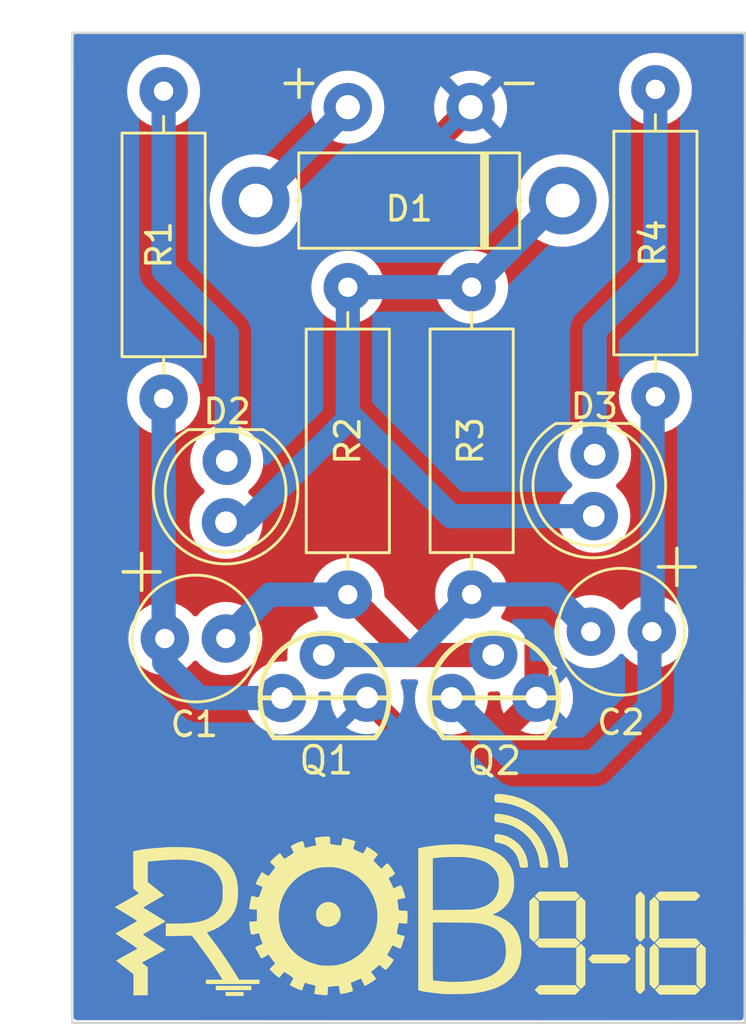
<source format=kicad_pcb>
(kicad_pcb (version 20221018) (generator pcbnew)
  (layers (0 "F.Cu" signal) (31 "B.Cu" signal) (34 "B.Paste" user) (35 "F.Paste" user) (36 "B.SilkS" user "B.Silkscreen") (37 "F.SilkS" user "F.Silkscreen") (38 "B.Mask" user) (39 "F.Mask" user) (44 "Edge.Cuts" user))
  (net 0 "")
  (net 1 "Net-(C1-Pad1)")
  (net 2 "GND")
  (net 3 "Net-(C1-Pad2)")
  (net 4 "Net-(C2-Pad2)")
  (net 5 "PWR")
  (net 6 "Net-(D1-Pad2)")
  (net 7 "Net-(D2-Pad1)")
  (net 8 "Net-(D3-Pad1)")
  (net 9 "Net-(C2-Pad1)")
  (footprint "Diode_THT:D_5W_P12.70mm_Horizontal" (layer "F.Cu") (at 155.58 83.446137 180)
    (fp_text reference "D1" (at 6.35 -0.34) (layer "F.SilkS"))
    (fp_text value "D")
    (pad "1" thru_hole circle (at 0 0 180) (size 2.8 2.8) (drill 1.4) (layers "*.Cu" "*.Mask") (net 5 "PWR"))
    (pad "2" thru_hole oval (at 12.7 0 180) (size 2.8 2.8) (drill 1.4) (layers "*.Cu" "*.Mask") (net 6 "Net-(D1-Pad2)"))
  )
  (footprint "kit-introducao-soldadura:LED_D5.0mm" (layer "F.Cu") (at 141.634797 94.199069 -90)
    (fp_text reference "D2" (at -2.037706 -0.061998 180) (layer "F.SilkS"))
    (fp_text value "LED")
    (pad "1" thru_hole circle (at 0 -0.049471 270) (size 2 2) (drill 0.9) (layers "*.Cu" "*.Mask") (net 7 "Net-(D2-Pad1)"))
    (pad "2" thru_hole circle (at 2.54 -0.016134 270) (size 2 2) (drill 0.9) (layers "*.Cu" "*.Mask") (net 5 "PWR"))
  )
  (footprint "kit-introducao-soldadura:LED_D5.0mm" (layer "F.Cu") (at 156.85 93.946137 -90)
    (fp_text reference "D3" (at -1.996776 -0.040267 180) (layer "F.SilkS"))
    (fp_text value "LED")
    (pad "1" thru_hole circle (at 0 -0.049471 270) (size 2 2) (drill 0.9) (layers "*.Cu" "*.Mask") (net 8 "Net-(D3-Pad1)"))
    (pad "2" thru_hole circle (at 2.54 -0.016134 270) (size 2 2) (drill 0.9) (layers "*.Cu" "*.Mask") (net 5 "PWR"))
  )
  (footprint "kit-introducao-soldadura:CP_Radial_D5.0mm_P2.00mm" (layer "F.Cu") (at 158.99 101.26 180)
    (fp_text reference "C2" (at 1 -3.75) (layer "F.SilkS"))
    (fp_text value "C_Polarized")
    (fp_text user "+" (at -1.312943 2.521546 180 unlocked) (layer "F.SilkS") (effects (font (size 2 2))))
    (pad "1" thru_hole circle (at -0.278394 0 180) (size 2 2) (drill 0.8) (layers "*.Cu" "*.Mask") (net 9 "Net-(C2-Pad1)"))
    (pad "2" thru_hole circle (at 2.245881 0 180) (size 2 2) (drill 0.8) (layers "*.Cu" "*.Mask") (net 4 "Net-(C2-Pad2)"))
  )
  (footprint "kit-introducao-soldadura:pad" (layer "F.Cu") (at 146.69 79.586137)
    (fp_text reference "J1" hide)
    (fp_text value "Conn_01x01_Male")
    (pad "1" thru_hole circle (at 0 0) (size 2 2) (drill 1) (layers "*.Cu" "*.Mask") (net 6 "Net-(D1-Pad2)"))
  )
  (footprint "kit-introducao-soldadura:CP_Radial_D5.0mm_P2.00mm" (layer "F.Cu") (at 139.399197 101.542872)
    (fp_text reference "C1" (at 0.940803 3.547128) (layer "F.SilkS"))
    (fp_text value "C_Polarized")
    (fp_text user "+" (at -1.239914 -2.910216 unlocked) (layer "F.SilkS") (effects (font (size 2 2))))
    (pad "1" thru_hole circle (at -0.278394 0) (size 2 2) (drill 0.8) (layers "*.Cu" "*.Mask") (net 1 "Net-(C1-Pad1)"))
    (pad "2" thru_hole circle (at 2.245881 0) (size 2 2) (drill 0.8) (layers "*.Cu" "*.Mask") (net 3 "Net-(C1-Pad2)"))
  )
  (footprint "kit-introducao-soldadura:R_Axial_DIN0309_L9.0mm_D3.2mm_P12.70mm_Horizontal" (layer "F.Cu") (at 139.07 78.926137 -90)
    (fp_text reference "R1" (at 6.35 0.19 90) (layer "F.SilkS"))
    (fp_text value "R")
    (pad "1" thru_hole circle (at 0 0 270) (size 2 2) (drill 0.8) (layers "*.Cu" "*.Mask") (net 7 "Net-(D2-Pad1)"))
    (pad "2" thru_hole circle (at 12.7 0 270) (size 2 2) (drill 0.8) (layers "*.Cu" "*.Mask") (net 1 "Net-(C1-Pad1)"))
  )
  (footprint "logo:logo-rob" (layer "F.Cu") (at 149.266588 113.02448)
    (fp_text reference "G***" hide)
    (fp_text value "LOGO" hide)
  )
  (footprint "kit-introducao-soldadura:R_Axial_DIN0309_L9.0mm_D3.2mm_P12.70mm_Horizontal" (layer "F.Cu") (at 151.813379 87.022752 -90)
    (fp_text reference "R3" (at 6.35 0.043379 90) (layer "F.SilkS"))
    (fp_text value "R")
    (pad "1" thru_hole circle (at 0 0 270) (size 2 2) (drill 0.8) (layers "*.Cu" "*.Mask") (net 5 "PWR"))
    (pad "2" thru_hole circle (at 12.7 0 270) (size 2 2) (drill 0.8) (layers "*.Cu" "*.Mask") (net 4 "Net-(C2-Pad2)"))
  )
  (footprint "kit-introducao-soldadura:TO92" (layer "F.Cu") (at 152.736807 103.996112)
    (fp_text reference "Q2" (at 0.013193 2.603888) (layer "F.SilkS") (effects (font (size 1.12 1.12))))
    (fp_text value "Q_NPN_BCE")
    (pad "1" thru_hole circle (at -0.030116 -1.771612) (size 2 2) (drill 0.9) (layers "*.Cu" "*.Mask") (net 3 "Net-(C1-Pad2)"))
    (pad "2" thru_hole circle (at -1.761815 0.005261) (size 2 2) (drill 0.9) (layers "*.Cu" "*.Mask") (net 9 "Net-(C2-Pad1)"))
    (pad "3" thru_hole circle (at 1.761815 -0.009796) (size 2 2) (drill 0.9) (layers "*.Cu" "*.Mask") (net 2 "GND"))
  )
  (footprint "kit-introducao-soldadura:TO92" (layer "F.Cu") (at 145.727944 103.996112)
    (fp_text reference "Q1" (at 0.072056 2.583888) (layer "F.SilkS") (effects (font (size 1.12 1.12))))
    (fp_text value "Q_NPN_BCE")
    (pad "1" thru_hole circle (at -0.030116 -1.771612) (size 2 2) (drill 0.9) (layers "*.Cu" "*.Mask") (net 4 "Net-(C2-Pad2)"))
    (pad "2" thru_hole circle (at -1.761815 0.005261) (size 2 2) (drill 0.9) (layers "*.Cu" "*.Mask") (net 1 "Net-(C1-Pad1)"))
    (pad "3" thru_hole circle (at 1.761815 -0.009796) (size 2 2) (drill 0.9) (layers "*.Cu" "*.Mask") (net 2 "GND"))
  )
  (footprint "kit-introducao-soldadura:R_Axial_DIN0309_L9.0mm_D3.2mm_P12.70mm_Horizontal" (layer "F.Cu") (at 159.415002 78.850072 -90)
    (fp_text reference "R4" (at 6.35 0.113076 90) (layer "F.SilkS"))
    (fp_text value "R")
    (pad "1" thru_hole circle (at 0 0 270) (size 2 2) (drill 0.8) (layers "*.Cu" "*.Mask") (net 8 "Net-(D3-Pad1)"))
    (pad "2" thru_hole circle (at 12.7 0 270) (size 2 2) (drill 0.8) (layers "*.Cu" "*.Mask") (net 9 "Net-(C2-Pad1)"))
  )
  (footprint "logo:logo-rob" (layer "F.Cu") (at 148.6 112.4)
    (fp_text reference "G***" hide)
    (fp_text value "LOGO" hide)
  )
  (footprint "kit-introducao-soldadura:pad" (layer "F.Cu") (at 151.77 79.586137)
    (fp_text reference "J2" hide)
    (fp_text value "Conn_01x01_Male")
    (pad "1" thru_hole circle (at 0 0) (size 2 2) (drill 1) (layers "*.Cu" "*.Mask") (net 2 "GND"))
  )
  (footprint "kit-introducao-soldadura:R_Axial_DIN0309_L9.0mm_D3.2mm_P12.70mm_Horizontal" (layer "F.Cu") (at 146.69 87.026775 -90)
    (fp_text reference "R2" (at 6.35 0 90) (layer "F.SilkS"))
    (fp_text value "R")
    (pad "1" thru_hole circle (at 0 0 270) (size 2 2) (drill 0.8) (layers "*.Cu" "*.Mask") (net 5 "PWR"))
    (pad "2" thru_hole circle (at 12.7 0 270) (size 2 2) (drill 0.8) (layers "*.Cu" "*.Mask") (net 3 "Net-(C1-Pad2)"))
  )
  (gr_rect (start 135.3 76.516137) (end 163.12 117.436137) (stroke (width 0.1)) (fill none) (layer "Edge.Cuts"))
  (gr_text "+" (at 144.67 78.49) (layer "F.SilkS") (effects (font (size 1.5 1.5))))
  (gr_text "-" (at 153.78 78.49) (layer "F.SilkS") (effects (font (size 1.5 1.5))))
  (segment (start 139.096694 102.546694) (end 140.551373 104.001373) (width 1) (layer "B.Cu") (net 1))
  (segment (start 140.551373 104.001373) (end 143.966129 104.001373) (width 1) (layer "B.Cu") (net 1))
  (segment (start 139.07 91.626137) (end 139.07 101.497176) (width 1) (layer "B.Cu") (net 1))
  (segment (start 139.07 101.497176) (end 138.990693 101.576483) (width 1) (layer "B.Cu") (net 1))
  (segment (start 139.096694 101.576483) (end 139.096694 102.546694) (width 1) (layer "B.Cu") (net 1))
  (segment (start 147.489759 103.986316) (end 149.683443 106.18) (width 1) (layer "F.Cu") (net 2))
  (segment (start 149.683443 106.18) (end 152.304938 106.18) (width 1) (layer "F.Cu") (net 2))
  (segment (start 149.23 82.126137) (end 151.77 79.586137) (width 1) (layer "F.Cu") (net 2))
  (segment (start 152.304938 106.18) (end 154.498622 103.986316) (width 1) (layer "F.Cu") (net 2))
  (segment (start 154.498622 103.986316) (end 154.498622 99.214759) (width 1) (layer "F.Cu") (net 2))
  (segment (start 149.23 93.946137) (end 149.23 82.126137) (width 1) (layer "F.Cu") (net 2))
  (segment (start 154.498622 99.214759) (end 149.23 93.946137) (width 1) (layer "F.Cu") (net 2))
  (segment (start 149.187725 102.2245) (end 152.706691 102.2245) (width 1) (layer "F.Cu") (net 3))
  (segment (start 146.69 99.726775) (end 149.187725 102.2245) (width 1) (layer "F.Cu") (net 3))
  (segment (start 143.461175 99.726775) (end 146.69 99.726775) (width 1) (layer "B.Cu") (net 3))
  (segment (start 141.645078 101.542872) (end 143.461175 99.726775) (width 1) (layer "B.Cu") (net 3))
  (segment (start 156.638321 101.154202) (end 156.62216 101.154202) (width 1) (layer "B.Cu") (net 4))
  (segment (start 151.813379 99.722752) (end 155.206871 99.722752) (width 1) (layer "B.Cu") (net 4))
  (segment (start 155.206871 99.722752) (end 156.638321 101.154202) (width 1) (layer "B.Cu") (net 4))
  (segment (start 149.311631 102.2245) (end 145.697828 102.2245) (width 1) (layer "B.Cu") (net 4))
  (segment (start 151.813379 99.722752) (end 149.311631 102.2245) (width 1) (layer "B.Cu") (net 4))
  (segment (start 146.69 92.22) (end 146.69 91.7) (width 1) (layer "B.Cu") (net 5))
  (segment (start 150.956137 96.486137) (end 146.69 92.22) (width 1) (layer "B.Cu") (net 5))
  (segment (start 146.694023 87.022752) (end 146.69 87.026775) (width 1) (layer "B.Cu") (net 5))
  (segment (start 156.866134 96.486137) (end 150.956137 96.486137) (width 1) (layer "B.Cu") (net 5))
  (segment (start 151.813379 87.022752) (end 146.694023 87.022752) (width 1) (layer "B.Cu") (net 5))
  (segment (start 141.650931 96.739069) (end 142.450931 96.739069) (width 1) (layer "B.Cu") (net 5))
  (segment (start 155.389994 83.446137) (end 151.813379 87.022752) (width 1) (layer "B.Cu") (net 5))
  (segment (start 146.69 91.7) (end 146.69 87.026775) (width 1) (layer "B.Cu") (net 5))
  (segment (start 146.69 92.5) (end 146.69 91.7) (width 1) (layer "B.Cu") (net 5))
  (segment (start 142.450931 96.739069) (end 146.69 92.5) (width 1) (layer "B.Cu") (net 5))
  (segment (start 155.58 83.446137) (end 155.389994 83.446137) (width 1) (layer "B.Cu") (net 5))
  (segment (start 146.69 79.586137) (end 146.69 79.636137) (width 1) (layer "B.Cu") (net 6))
  (segment (start 146.69 79.636137) (end 142.88 83.446137) (width 1) (layer "B.Cu") (net 6))
  (segment (start 139.07 86.326137) (end 141.684268 88.940405) (width 1) (layer "B.Cu") (net 7))
  (segment (start 141.684268 88.940405) (end 141.684268 94.199069) (width 1) (layer "B.Cu") (net 7))
  (segment (start 139.07 78.926137) (end 139.07 86.326137) (width 1) (layer "B.Cu") (net 7))
  (segment (start 159.415002 78.850072) (end 159.415002 86.301135) (width 1) (layer "B.Cu") (net 8))
  (segment (start 159.415002 86.301135) (end 156.899471 88.816666) (width 1) (layer "B.Cu") (net 8))
  (segment (start 156.899471 88.816666) (end 156.899471 93.946137) (width 1) (layer "B.Cu") (net 8))
  (segment (start 159.300091 100.991044) (end 159.170544 101.120591) (width 1) (layer "B.Cu") (net 9))
  (segment (start 156.85 106.646137) (end 159.170544 104.325593) (width 1) (layer "B.Cu") (net 9))
  (segment (start 150.974992 104.001373) (end 153.619756 106.646137) (width 1) (layer "B.Cu") (net 9))
  (segment (start 159.170544 104.325593) (end 159.170544 101.120591) (width 1) (layer "B.Cu") (net 9))
  (segment (start 159.300091 101.228303) (end 159.268394 101.26) (width 1) (layer "B.Cu") (net 9))
  (segment (start 159.300091 91.269962) (end 159.300091 101.228303) (width 1) (layer "B.Cu") (net 9))
  (segment (start 153.619756 106.646137) (end 156.85 106.646137) (width 1) (layer "B.Cu") (net 9))
  (zone (net 2) (net_name "GND") (layer "F.Cu") (connect_pads (clearance 0.508)) (min_thickness 0.254) (fill yes (thermal_gap 0.508) (thermal_bridge_width 0.508))
    (polygon (pts (xy 163.05991 117.320148) (xy 135.36991 117.310148) (xy 135.36 76.9064) (xy 135.36 76.52) (xy 163.06 76.52)))
  )
  (zone (net 2) (net_name "GND") (layer "B.Cu") (connect_pads (clearance 0.508)) (min_thickness 0.254) (fill yes (thermal_gap 0.508) (thermal_bridge_width 0.508))
    (polygon (pts (xy 163.070138 76.520041) (xy 163.05991 117.320022) (xy 135.34991 117.310022) (xy 135.35 76.9) (xy 135.360138 76.510041)))
  )
)
</source>
